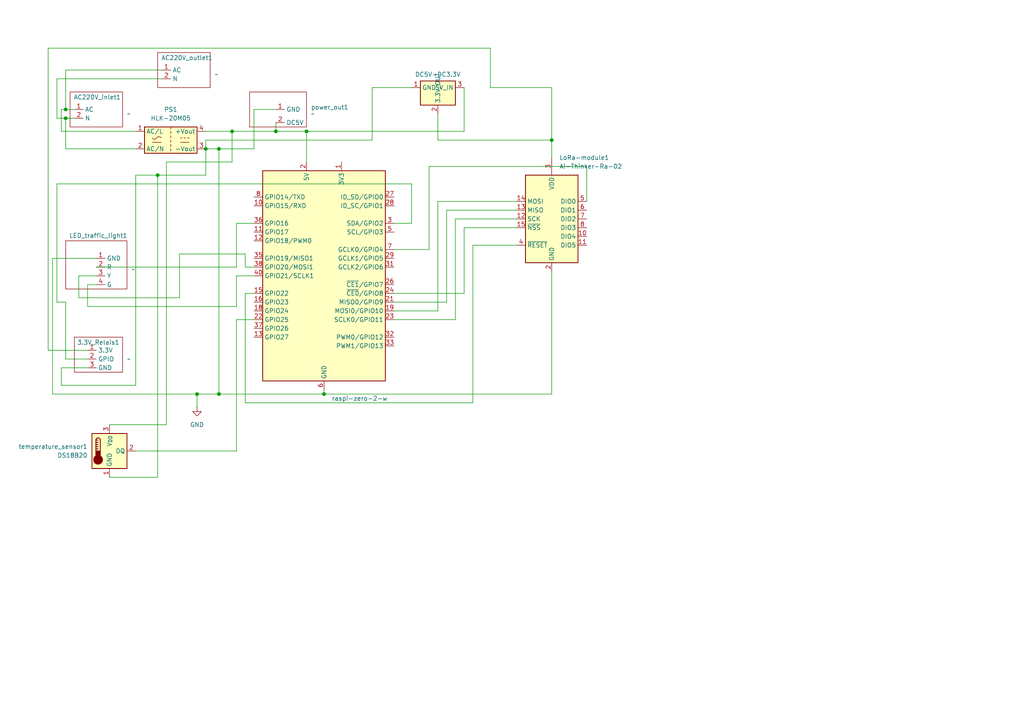
<source format=kicad_sch>
(kicad_sch (version 20231120) (generator "eeschema") (generator_version "8.0")
  (paper "A4")
  (lib_symbols
    (symbol "AAA_Emanuel:220V_inlet"
      (property "Reference" "AC220V_inlet" (at 6.096 1.016 0))
      (symbol "220V_inlet_0_1"
        (rectangle (start -1.27 -7.62) (end 13.97 2.54))
      )
      (symbol "220V_inlet_1_1"
        (pin input line (at 0 -2.54 0) (length 2.54) (name "AC") (number "1"))
        (pin input line (at 0 -5.08 0) (length 2.54) (name "N") (number "2"))
      )
    )
    (symbol "AAA_Emanuel:3.3V_Relais"
      (property "Reference" "3.3V_Relais" (at 3.048 0 0))
      (symbol "3.3V_Relais_0_1"
        (rectangle (start 10.16 -8.89) (end -3.81 1.27))
      )
      (symbol "3.3V_Relais_1_1"
        (pin input line (at 0 -2.54 0) (length 2.54) (name "3.3V") (number "1"))
        (pin input line (at 0 -5.08 0) (length 2.54) (name "GPIO") (number "2"))
        (pin input line (at 0 -7.62 0) (length 2.54) (name "GND") (number "3"))
      )
    )
    (symbol "AAA_Emanuel:LED_traffic_light"
      (property "Reference" "LED_traffic_light" (at 0 3.048 0))
      (symbol "LED_traffic_light_0_1"
        (rectangle (start 8.89 -8.89) (end -8.89 5.08))
      )
      (symbol "LED_traffic_light_1_1"
        (pin input line (at 0 0 0) (length 2.54) (name "GND") (number "1"))
        (pin input line (at 0 -2.54 0) (length 2.54) (name "R") (number "2"))
        (pin input line (at 0 -5.08 0) (length 2.54) (name "Y") (number "3"))
        (pin input line (at 0 -7.62 0) (length 2.54) (name "G") (number "4"))
      )
    )
    (symbol "AAA_Emanuel:power_out_2.54"
      (property "Reference" "power_out" (at 0 0.762 0))
      (symbol "power_out_2.54_0_1"
        (rectangle (start -7.62 2.54) (end 8.89 -7.62))
      )
      (symbol "power_out_2.54_1_1"
        (pin output line (at 0 -2.54 0) (length 2.54) (name "GND") (number "1"))
        (pin output line (at 0 -6.35 0) (length 2.54) (name "DC5V") (number "2"))
      )
    )
    (symbol "Connector:Raspberry_Pi_2_3"
      (property "Reference" "J" (at -17.78 31.75 0))
      (property "Value" "Raspberry_Pi_2_3" (at 10.16 -31.75 0))
      (symbol "Raspberry_Pi_2_3_0_1"
        (rectangle (start -17.78 30.48) (end 17.78 -30.48) (stroke (width 0.254)) (fill (type background)))
      )
      (symbol "Raspberry_Pi_2_3_1_1"
        (pin power_in line (at 5.08 33.02 270) (length 2.54) (name "3V3") (number "1"))
        (pin bidirectional line (at -20.32 20.32 0) (length 2.54) (name "GPIO15/RXD") (number "10"))
        (pin bidirectional line (at -20.32 12.7 0) (length 2.54) (name "GPIO17") (number "11"))
        (pin bidirectional line (at -20.32 10.16 0) (length 2.54) (name "GPIO18/PWM0") (number "12"))
        (pin bidirectional line (at -20.32 -17.78 0) (length 2.54) (name "GPIO27") (number "13"))
        (pin passive line (at 0 -33.02 90) (length 2.54) hide (name "GND") (number "14"))
        (pin bidirectional line (at -20.32 -5.08 0) (length 2.54) (name "GPIO22") (number "15"))
        (pin bidirectional line (at -20.32 -7.62 0) (length 2.54) (name "GPIO23") (number "16"))
        (pin passive line (at 5.08 33.02 270) (length 2.54) hide (name "3V3") (number "17"))
        (pin bidirectional line (at -20.32 -10.16 0) (length 2.54) (name "GPIO24") (number "18"))
        (pin bidirectional line (at 20.32 -10.16 180) (length 2.54) (name "MOSI0/GPIO10") (number "19"))
        (pin power_in line (at -5.08 33.02 270) (length 2.54) (name "5V") (number "2"))
        (pin passive line (at 0 -33.02 90) (length 2.54) hide (name "GND") (number "20"))
        (pin bidirectional line (at 20.32 -7.62 180) (length 2.54) (name "MISO0/GPIO9") (number "21"))
        (pin bidirectional line (at -20.32 -12.7 0) (length 2.54) (name "GPIO25") (number "22"))
        (pin bidirectional line (at 20.32 -12.7 180) (length 2.54) (name "SCLK0/GPIO11") (number "23"))
        (pin bidirectional line (at 20.32 -5.08 180) (length 2.54) (name "~{CE0}/GPIO8") (number "24"))
        (pin passive line (at 0 -33.02 90) (length 2.54) hide (name "GND") (number "25"))
        (pin bidirectional line (at 20.32 -2.54 180) (length 2.54) (name "~{CE1}/GPIO7") (number "26"))
        (pin bidirectional line (at 20.32 22.86 180) (length 2.54) (name "ID_SD/GPIO0") (number "27"))
        (pin bidirectional line (at 20.32 20.32 180) (length 2.54) (name "ID_SC/GPIO1") (number "28"))
        (pin bidirectional line (at 20.32 5.08 180) (length 2.54) (name "GCLK1/GPIO5") (number "29"))
        (pin bidirectional line (at 20.32 15.24 180) (length 2.54) (name "SDA/GPIO2") (number "3"))
        (pin passive line (at 0 -33.02 90) (length 2.54) hide (name "GND") (number "30"))
        (pin bidirectional line (at 20.32 2.54 180) (length 2.54) (name "GCLK2/GPIO6") (number "31"))
        (pin bidirectional line (at 20.32 -17.78 180) (length 2.54) (name "PWM0/GPIO12") (number "32"))
        (pin bidirectional line (at 20.32 -20.32 180) (length 2.54) (name "PWM1/GPIO13") (number "33"))
        (pin passive line (at 0 -33.02 90) (length 2.54) hide (name "GND") (number "34"))
        (pin bidirectional line (at -20.32 5.08 0) (length 2.54) (name "GPIO19/MISO1") (number "35"))
        (pin bidirectional line (at -20.32 15.24 0) (length 2.54) (name "GPIO16") (number "36"))
        (pin bidirectional line (at -20.32 -15.24 0) (length 2.54) (name "GPIO26") (number "37"))
        (pin bidirectional line (at -20.32 2.54 0) (length 2.54) (name "GPIO20/MOSI1") (number "38"))
        (pin passive line (at 0 -33.02 90) (length 2.54) hide (name "GND") (number "39"))
        (pin passive line (at -5.08 33.02 270) (length 2.54) hide (name "5V") (number "4"))
        (pin bidirectional line (at -20.32 0 0) (length 2.54) (name "GPIO21/SCLK1") (number "40"))
        (pin bidirectional line (at 20.32 12.7 180) (length 2.54) (name "SCL/GPIO3") (number "5"))
        (pin power_in line (at 0 -33.02 90) (length 2.54) (name "GND") (number "6"))
        (pin bidirectional line (at 20.32 7.62 180) (length 2.54) (name "GCLK0/GPIO4") (number "7"))
        (pin bidirectional line (at -20.32 22.86 0) (length 2.54) (name "GPIO14/TXD") (number "8"))
        (pin passive line (at 0 -33.02 90) (length 2.54) hide (name "GND") (number "9"))
      )
    )
    (symbol "Converter_ACDC:HLK-20M05"
      (property "Reference" "PS" (at 0 5.08 0))
      (property "Value" "HLK-20M05" (at 0 -5.08 0))
      (symbol "HLK-20M05_0_1"
        (rectangle (start -7.62 3.81) (end 7.62 -3.81) (stroke (width 0.254)) (fill (type background)))
        (arc (start -5.334 0.635) (mid -4.699 0.2495) (end -4.064 0.635))
        (arc (start -2.794 0.635) (mid -3.429 1.0072) (end -4.064 0.635))
        (polyline (pts (xy -5.334 -0.635) (xy -2.794 -0.635)))
        (polyline (pts (xy 0 -2.54) (xy 0 -3.175)))
        (polyline (pts (xy 0 -1.27) (xy 0 -1.905)))
        (polyline (pts (xy 0 0) (xy 0 -0.635)))
        (polyline (pts (xy 0 1.27) (xy 0 0.635)))
        (polyline (pts (xy 0 2.54) (xy 0 1.905)))
        (polyline (pts (xy 0 3.81) (xy 0 3.175)))
        (polyline (pts (xy 2.794 -0.635) (xy 5.334 -0.635)))
        (polyline (pts (xy 2.794 0.635) (xy 3.302 0.635)))
        (polyline (pts (xy 3.81 0.635) (xy 4.318 0.635)))
        (polyline (pts (xy 4.826 0.635) (xy 5.334 0.635)))
      )
      (symbol "HLK-20M05_1_1"
        (pin power_in line (at -10.16 2.54 0) (length 2.54) (name "AC/L") (number "1"))
        (pin power_in line (at -10.16 -2.54 0) (length 2.54) (name "AC/N") (number "2"))
        (pin power_out line (at 10.16 -2.54 180) (length 2.54) (name "-Vout") (number "3"))
        (pin power_out line (at 10.16 2.54 180) (length 2.54) (name "+Vout") (number "4"))
      )
    )
    (symbol "Converter_DCDC:OKI-78SR-3.3_1.5-W36-C"
      (property "Value" "DC5V-DC3.3V" (at 0 3.81 0))
      (symbol "OKI-78SR-3.3_1.5-W36-C_0_1"
        (rectangle (start -5.08 1.905) (end 5.08 -5.08) (stroke (width 0.254)) (fill (type background)))
      )
      (symbol "OKI-78SR-3.3_1.5-W36-C_1_1"
        (pin power_in line (at -7.62 0 0) (length 2.54) (name "GND") (number "1"))
        (pin power_in line (at 0 -7.62 90) (length 2.54) (name "3.3V_OUT") (number "2"))
        (pin power_out line (at 7.62 0 180) (length 2.54) (name "5V_IN") (number "3"))
      )
    )
    (symbol "RF_Module:Ai-Thinker-Ra-02"
      (property "Reference" "U" (at 2.54 19.05 0))
      (property "Value" "Ai-Thinker-Ra-02" (at 13.97 -15.24 0))
      (symbol "Ai-Thinker-Ra-02_0_1"
        (rectangle (start -7.62 12.7) (end 7.62 -12.7) (stroke (width 0.254)) (fill (type background)))
      )
      (symbol "Ai-Thinker-Ra-02_1_1"
        (pin passive line (at 0 -15.24 90) (length 2.54) hide (name "GND") (number "1"))
        (pin bidirectional line (at 10.16 -5.08 180) (length 2.54) (name "DIO4") (number "10"))
        (pin bidirectional line (at 10.16 -7.62 180) (length 2.54) (name "DIO5") (number "11"))
        (pin input line (at -10.16 0 0) (length 2.54) (name "SCK") (number "12"))
        (pin output line (at -10.16 2.54 0) (length 2.54) (name "MISO") (number "13"))
        (pin input line (at -10.16 5.08 0) (length 2.54) (name "MOSI") (number "14"))
        (pin input line (at -10.16 -2.54 0) (length 2.54) (name "~{NSS}") (number "15"))
        (pin passive line (at 0 -15.24 90) (length 2.54) hide (name "GND") (number "16"))
        (pin power_in line (at 0 -15.24 90) (length 2.54) (name "GND") (number "2"))
        (pin power_in line (at 0 17.78 270) (length 5.08) (name "VDD") (number "3"))
        (pin input line (at -10.16 -7.62 0) (length 2.54) (name "~{RESET}") (number "4"))
        (pin bidirectional line (at 10.16 5.08 180) (length 2.54) (name "DIO0") (number "5"))
        (pin bidirectional line (at 10.16 2.54 180) (length 2.54) (name "DIO1") (number "6"))
        (pin bidirectional line (at 10.16 0 180) (length 2.54) (name "DIO2") (number "7"))
        (pin bidirectional line (at 10.16 -2.54 180) (length 2.54) (name "DIO3") (number "8"))
        (pin passive line (at 0 -15.24 90) (length 2.54) hide (name "GND") (number "9"))
      )
    )
    (symbol "Sensor_Temperature:DS18B20"
      (property "Reference" "U" (at -3.81 6.35 0))
      (property "Value" "DS18B20" (at 6.35 6.35 0))
      (symbol "DS18B20_0_1"
        (rectangle (start -5.08 5.08) (end 5.08 -5.08) (stroke (width 0.254)) (fill (type background)))
        (circle (center -3.302 -2.54) (radius 1.27) (stroke (width 0.254)) (fill (type outline)))
        (rectangle (start -2.667 -1.905) (end -3.937 0) (stroke (width 0.254)) (fill (type outline)))
        (arc (start -2.667 3.175) (mid -3.302 3.8073) (end -3.937 3.175) (stroke (width 0.254)))
        (polyline (pts (xy -3.937 0.635) (xy -3.302 0.635)) (stroke (width 0.254)))
        (polyline (pts (xy -3.937 1.27) (xy -3.302 1.27)) (stroke (width 0.254)))
        (polyline (pts (xy -3.937 1.905) (xy -3.302 1.905)) (stroke (width 0.254)))
        (polyline (pts (xy -3.937 2.54) (xy -3.302 2.54)) (stroke (width 0.254)))
        (polyline (pts (xy -3.937 3.175) (xy -3.937 0)) (stroke (width 0.254)))
        (polyline (pts (xy -3.937 3.175) (xy -3.302 3.175)) (stroke (width 0.254)))
        (polyline (pts (xy -2.667 3.175) (xy -2.667 0)) (stroke (width 0.254)))
      )
      (symbol "DS18B20_1_1"
        (pin power_in line (at 0 -7.62 90) (length 2.54) (name "GND") (number "1"))
        (pin bidirectional line (at 7.62 0 180) (length 2.54) (name "DQ") (number "2"))
        (pin power_in line (at 0 7.62 270) (length 2.54) (name "V_{DD}") (number "3"))
      )
    )
    (symbol "power:GND" (power) (pin_numbers hide) (pin_names (offset 0) hide)
      (property "Value" "GND" (at 0 -3.81 0))
      (symbol "GND_0_1"
        (polyline (pts (xy 0 0) (xy 0 -1.27) (xy 1.27 -1.27) (xy 0 -2.54) (xy -1.27 -1.27) (xy 0 -1.27)))
      )
      (symbol "GND_1_1"
        (pin power_in line (at 0 0 270) (length 0) (name "~") (number "1"))
      )
    )
  )
  (junction (at 45.72 50.8))
  (junction (at 80.01 38.1))
  (junction (at 160.02 40.64))
  (junction (at 88.9 38.1))
  (junction (at 67.31 38.1))
  (junction (at 63.5 114.3))
  (junction (at 93.98 114.3))
  (junction (at 19.05 34.29))
  (junction (at 19.05 31.75))
  (junction (at 59.69 43.18))
  (junction (at 63.5 43.18))
  (junction (at 57.15 114.3))
  (wire (pts (xy 25.4 101.6) (xy 13.97 101.6)))
  (wire (pts (xy 137.16 116.84) (xy 71.12 116.84)))
  (wire (pts (xy 17.78 31.75) (xy 19.05 31.75)))
  (wire (pts (xy 46.99 20.32) (xy 19.05 20.32)))
  (wire (pts (xy 19.05 104.14) (xy 19.05 87.63)))
  (wire (pts (xy 19.05 43.18) (xy 39.37 43.18)))
  (wire (pts (xy 127 90.17) (xy 114.3 90.17)))
  (wire (pts (xy 16.51 34.29) (xy 16.51 22.86)))
  (wire (pts (xy 17.78 106.68) (xy 25.4 106.68)))
  (wire (pts (xy 149.86 60.96) (xy 129.54 60.96)))
  (wire (pts (xy 71.12 77.47) (xy 71.12 73.66)))
  (wire (pts (xy 19.05 34.29) (xy 16.51 34.29)))
  (wire (pts (xy 93.98 113.03) (xy 93.98 114.3)))
  (wire (pts (xy 73.66 77.47) (xy 71.12 77.47)))
  (wire (pts (xy 73.66 43.18) (xy 73.66 31.75)))
  (wire (pts (xy 59.69 43.18) (xy 63.5 43.18)))
  (wire (pts (xy 13.97 101.6) (xy 13.97 13.97)))
  (wire (pts (xy 71.12 85.09) (xy 73.66 85.09)))
  (wire (pts (xy 16.51 22.86) (xy 46.99 22.86)))
  (wire (pts (xy 19.05 87.63) (xy 16.51 87.63)))
  (wire (pts (xy 25.4 88.9) (xy 25.4 82.55)))
  (wire (pts (xy 19.05 34.29) (xy 21.59 34.29)))
  (wire (pts (xy 63.5 43.18) (xy 63.5 114.3)))
  (wire (pts (xy 170.18 48.26) (xy 124.46 48.26)))
  (wire (pts (xy 19.05 43.18) (xy 19.05 34.29)))
  (wire (pts (xy 16.51 87.63) (xy 16.51 53.34)))
  (wire (pts (xy 68.58 130.81) (xy 68.58 92.71)))
  (wire (pts (xy 48.26 123.19) (xy 48.26 46.99)))
  (wire (pts (xy 134.62 25.4) (xy 134.62 38.1)))
  (wire (pts (xy 15.24 114.3) (xy 15.24 74.93)))
  (wire (pts (xy 67.31 38.1) (xy 80.01 38.1)))
  (wire (pts (xy 149.86 63.5) (xy 132.08 63.5)))
  (wire (pts (xy 68.58 92.71) (xy 73.66 92.71)))
  (wire (pts (xy 71.12 116.84) (xy 71.12 85.09)))
  (wire (pts (xy 149.86 71.12) (xy 137.16 71.12)))
  (wire (pts (xy 52.07 86.36) (xy 22.86 86.36)))
  (wire (pts (xy 68.58 88.9) (xy 68.58 80.01)))
  (wire (pts (xy 31.75 123.19) (xy 48.26 123.19)))
  (wire (pts (xy 160.02 40.64) (xy 160.02 45.72)))
  (wire (pts (xy 132.08 92.71) (xy 114.3 92.71)))
  (wire (pts (xy 71.12 73.66) (xy 52.07 73.66)))
  (wire (pts (xy 25.4 82.55) (xy 27.94 82.55)))
  (wire (pts (xy 134.62 66.04) (xy 134.62 85.09)))
  (wire (pts (xy 124.46 72.39) (xy 114.3 72.39)))
  (wire (pts (xy 68.58 77.47) (xy 68.58 64.77)))
  (wire (pts (xy 68.58 64.77) (xy 73.66 64.77)))
  (wire (pts (xy 59.69 40.64) (xy 107.95 40.64)))
  (wire (pts (xy 48.26 46.99) (xy 67.31 46.99)))
  (wire (pts (xy 45.72 138.43) (xy 31.75 138.43)))
  (wire (pts (xy 142.24 13.97) (xy 142.24 25.4)))
  (wire (pts (xy 57.15 114.3) (xy 63.5 114.3)))
  (wire (pts (xy 149.86 66.04) (xy 134.62 66.04)))
  (wire (pts (xy 127 58.42) (xy 127 90.17)))
  (wire (pts (xy 149.86 58.42) (xy 127 58.42)))
  (wire (pts (xy 59.69 43.18) (xy 59.69 50.8)))
  (wire (pts (xy 160.02 114.3) (xy 93.98 114.3)))
  (wire (pts (xy 59.69 38.1) (xy 67.31 38.1)))
  (wire (pts (xy 17.78 111.76) (xy 17.78 106.68)))
  (wire (pts (xy 88.9 38.1) (xy 88.9 46.99)))
  (wire (pts (xy 119.38 53.34) (xy 119.38 64.77)))
  (wire (pts (xy 17.78 38.1) (xy 17.78 31.75)))
  (wire (pts (xy 22.86 86.36) (xy 22.86 80.01)))
  (wire (pts (xy 80.01 35.56) (xy 80.01 38.1)))
  (wire (pts (xy 25.4 104.14) (xy 19.05 104.14)))
  (wire (pts (xy 107.95 25.4) (xy 107.95 40.64)))
  (wire (pts (xy 19.05 31.75) (xy 21.59 31.75)))
  (wire (pts (xy 119.38 25.4) (xy 107.95 25.4)))
  (wire (pts (xy 73.66 31.75) (xy 80.01 31.75)))
  (wire (pts (xy 134.62 85.09) (xy 114.3 85.09)))
  (wire (pts (xy 170.18 58.42) (xy 170.18 48.26)))
  (wire (pts (xy 39.37 130.81) (xy 68.58 130.81)))
  (wire (pts (xy 45.72 50.8) (xy 45.72 138.43)))
  (wire (pts (xy 63.5 114.3) (xy 93.98 114.3)))
  (wire (pts (xy 63.5 43.18) (xy 73.66 43.18)))
  (wire (pts (xy 68.58 88.9) (xy 25.4 88.9)))
  (wire (pts (xy 127 33.02) (xy 127 40.64)))
  (wire (pts (xy 119.38 64.77) (xy 114.3 64.77)))
  (wire (pts (xy 137.16 71.12) (xy 137.16 116.84)))
  (wire (pts (xy 39.37 111.76) (xy 17.78 111.76)))
  (wire (pts (xy 57.15 114.3) (xy 57.15 118.11)))
  (wire (pts (xy 129.54 87.63) (xy 114.3 87.63)))
  (wire (pts (xy 22.86 80.01) (xy 27.94 80.01)))
  (wire (pts (xy 142.24 25.4) (xy 160.02 25.4)))
  (wire (pts (xy 52.07 73.66) (xy 52.07 86.36)))
  (wire (pts (xy 124.46 48.26) (xy 124.46 72.39)))
  (wire (pts (xy 67.31 46.99) (xy 67.31 38.1)))
  (wire (pts (xy 132.08 63.5) (xy 132.08 92.71)))
  (wire (pts (xy 16.51 53.34) (xy 119.38 53.34)))
  (wire (pts (xy 127 40.64) (xy 160.02 40.64)))
  (wire (pts (xy 27.94 77.47) (xy 68.58 77.47)))
  (wire (pts (xy 160.02 25.4) (xy 160.02 40.64)))
  (wire (pts (xy 45.72 50.8) (xy 39.37 50.8)))
  (wire (pts (xy 160.02 78.74) (xy 160.02 114.3)))
  (wire (pts (xy 39.37 50.8) (xy 39.37 111.76)))
  (wire (pts (xy 59.69 50.8) (xy 45.72 50.8)))
  (wire (pts (xy 59.69 43.18) (xy 59.69 40.64)))
  (wire (pts (xy 134.62 38.1) (xy 88.9 38.1)))
  (wire (pts (xy 68.58 80.01) (xy 73.66 80.01)))
  (wire (pts (xy 80.01 38.1) (xy 88.9 38.1)))
  (wire (pts (xy 17.78 38.1) (xy 39.37 38.1)))
  (wire (pts (xy 15.24 74.93) (xy 27.94 74.93)))
  (wire (pts (xy 15.24 114.3) (xy 57.15 114.3)))
  (wire (pts (xy 19.05 20.32) (xy 19.05 31.75)))
  (wire (pts (xy 129.54 60.96) (xy 129.54 87.63)))
  (wire (pts (xy 13.97 13.97) (xy 142.24 13.97)))
  (symbol (lib_id "Sensor_Temperature:DS18B20") (at 31.75 130.81 0) (unit 1)
    (property "Reference" "temperature_sensor1" (at 25.4 129.5399 0) (effects (justify right)))
    (property "Value" "DS18B20" (at 25.4 132.0799 0) (effects (justify right)))
    (property "Footprint" "Connector_PinHeader_2.54mm:PinHeader_1x03_P2.54mm_Vertical" (effects (hide yes)))
    (property "Datasheet" "http://datasheets.maximintegrated.com/en/ds/DS18B20.pdf" (effects (hide yes)))
    (property "Description" "Programmable Resolution 1-Wire Digital Thermometer TO-92" (effects (hide yes)))
  )
  (symbol (lib_id "Converter_DCDC:OKI-78SR-3.3_1.5-W36-C") (at 127 25.4 0) (unit 1)
    (property "Reference" "U2" (effects (hide yes)))
    (property "Value" "DC5V-DC3.3V" (at 127 21.59 0))
    (property "Footprint" "Converter_DCDC:Converter_DCDC_Murata_OKI-78SR_Vertical" (effects (hide yes)))
    (property "Datasheet" "https://power.murata.com/data/power/oki-78sr.pdf" (effects (hide yes)))
    (property "Description" "1.5A Step-Down DC/DC-Regulator, 7-36V input, 3.3V fixed Output Voltage, LM78xx replacement, -40°C to +85°C, OKI-78SR_Vertical" (effects (hide yes)))
  )
  (symbol (lib_id "power:GND") (at 57.15 118.11 0) (unit 1)
    (property "Reference" "#PWR01" (effects (hide yes)))
    (property "Value" "GND" (at 57.15 123.19 0))
    (property "Description" "Power symbol creates a global label with name \"GND\" , ground" (effects (hide yes)))
  )
  (symbol (lib_id "AAA_Emanuel:220V_inlet") (at 46.99 17.78 0) (unit 1)
    (property "Reference" "AC220V_outlet1" (at 46.736 16.764 0) (effects (justify left)))
    (property "Value" "~" (at 62.23 21.59 0) (effects (justify left)))
    (property "Footprint" "TerminalBlock:TerminalBlock_bornier-2_P5.08mm" (effects (hide yes)))
  )
  (symbol (lib_id "RF_Module:Ai-Thinker-Ra-02") (at 160.02 63.5 0) (unit 1)
    (property "Reference" "LoRa-module1" (at 162.2141 45.72 0) (effects (justify left)))
    (property "Value" "Ai-Thinker-Ra-02" (at 162.2141 48.26 0) (effects (justify left)))
    (property "Footprint" "AAA_Emanuel:LoRa2" (effects (hide yes)))
    (property "Datasheet" "http://wiki.ai-thinker.com/_media/lora/docs/c048ps01a1_ra-02_product_specification_v1.1.pdf" (effects (hide yes)))
    (property "Description" "Ai-Thinker Ra-02 410-525 MHz LoRa Module, SPI interface, U.FL antenna connector" (effects (hide yes)))
  )
  (symbol (lib_id "AAA_Emanuel:LED_traffic_light") (at 27.94 74.93 0) (unit 1)
    (property "Reference" "LED_traffic_light1" (at 20.066 68.326 0) (effects (justify left)))
    (property "Value" "~" (at 38.1 78.105 0) (effects (justify left)))
    (property "Footprint" "Connector_PinHeader_2.54mm:PinHeader_1x04_P2.54mm_Vertical" (effects (hide yes)))
  )
  (symbol (lib_id "Connector:Raspberry_Pi_2_3") (at 93.98 80.01 0) (unit 1)
    (property "Reference" "J1" (effects (hide yes)))
    (property "Value" "raspi-zero-2-w" (at 96.1741 115.57 0) (effects (justify left)))
    (property "Footprint" "Module:Raspberry_Pi_Zero_Socketed_THT_FaceDown_MountingHoles" (effects (hide yes)))
    (property "Datasheet" "https://www.raspberrypi.org/documentation/hardware/raspberrypi/schematics/rpi_SCH_3bplus_1p0_reduced.pdf" (effects (hide yes)))
    (property "Description" "expansion header for Raspberry Pi 2 & 3" (effects (hide yes)))
  )
  (symbol (lib_id "Converter_ACDC:HLK-20M05") (at 49.53 40.64 0) (unit 1)
    (property "Reference" "PS1" (at 49.53 31.75 0))
    (property "Value" "HLK-20M05" (at 49.53 34.29 0))
    (property "Footprint" "Converter_ACDC:Converter_ACDC_Hi-Link_HLK-20Mxx" (effects (hide yes)))
    (property "Datasheet" "https://h.hlktech.com/download/ACDC%E7%94%B5%E6%BA%90%E6%A8%A1%E5%9D%9720W%E7%B3%BB%E5%88%97/1/%E6%B5%B7%E5%87%8C%E7%A7%9120W%E7%B3%BB%E5%88%97%E7%94%B5%E6%BA%90%E6%A8%A1%E5%9D%97%E8%A7%84%E6%A0%BC%E4%B9%A6V1.6.pdf" (effects (hide yes)))
    (property "Description" "Compact AC/DC board mount power module 20W 5V" (effects (hide yes)))
  )
  (symbol (lib_id "AAA_Emanuel:3.3V_Relais") (at 25.4 99.06 0) (unit 1)
    (property "Reference" "3.3V_Relais1" (at 22.352 99.314 0) (effects (justify left)))
    (property "Value" "~" (at 36.83 104.14 0) (effects (justify left)))
    (property "Footprint" "Connector_PinHeader_2.54mm:PinHeader_1x03_P2.54mm_Vertical" (effects (hide yes)))
  )
  (symbol (lib_id "AAA_Emanuel:220V_inlet") (at 21.59 29.21 0) (unit 1)
    (property "Reference" "AC220V_inlet1" (at 21.336 28.194 0) (effects (justify left)))
    (property "Value" "~" (at 36.83 33.02 0) (effects (justify left)))
    (property "Footprint" "TerminalBlock:TerminalBlock_bornier-2_P5.08mm" (effects (hide yes)))
  )
  (symbol (lib_id "AAA_Emanuel:power_out_2.54") (at 80.01 29.21 0) (unit 1)
    (property "Reference" "power_out1" (at 90.17 31.1149 0) (effects (justify left)))
    (property "Value" "~" (at 90.17 33.02 0) (effects (justify left)))
    (property "Footprint" "Connector_PinHeader_2.54mm:PinHeader_1x02_P2.54mm_Vertical" (effects (hide yes)))
  )
)
</source>
